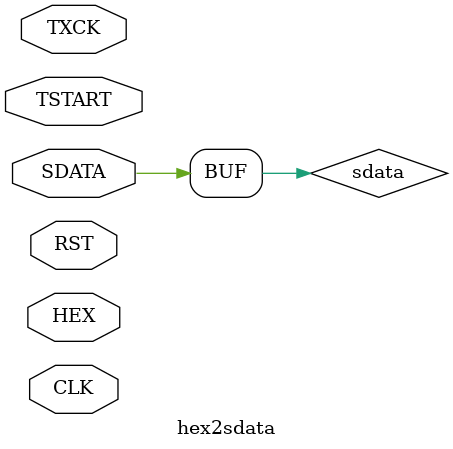
<source format=v>
`timescale 1ns / 1ps


module hex2sdata( input RST, input CLK, input TSTART, input TXCK, input [7:0] HEX, input SDATA );
    
    wire txck_re, txck_fe, tstart_re, tstart_fe;
    reg txck_1D = 0, txck_2D = 0, tstart_1D = 0, tstart_2D = 0;
    reg [3:0] bit_cnt = 15;
    reg [7:0] phex = 8'hff;
    reg sdata = 1;
    
    assign txck_re = txck_1D & ~txck_2D;
    assign txck_fe = ~txck_1D & txck_2D;
    assign tstart_re = tstart_1D & ~tstart_2D;
    assign tstart_fe = ~tstart_1D & tstart_2D;
    
    assign SDATA = sdata;
    
    always @(posedge RST, posedge CLK) begin
        if(RST) begin
            phex <= 8'hff;
        end
        else begin
            if(tstart_re) begin
                phex <= HEX;
            end
        end
    end
    
    always @(posedge RST, posedge CLK) begin
        if(RST) begin
            sdata <= 1;
        end
        else begin
            if(txck_fe && (bit_cnt != 15)) begin
                case(bit_cnt)
                    0: begin
                        sdata <= 0;
                    end
                    1: begin
                        sdata <= phex[0];
                    end
                    2: begin
                        sdata <= phex[1];
                    end
                    3: begin
                        sdata <= phex[2];
                    end
                    4: begin
                        sdata <= phex[3];
                    end
                    5: begin
                        sdata <= phex[4];
                    end
                    6: begin
                        sdata <= phex[5];
                    end
                    7: begin
                        sdata <= phex[6];
                    end
                    8: begin
                        sdata <= phex[7];
                    end
                    9: begin
                        sdata <= 1;
                    end
                    default: begin
                        sdata <= 1;
                    end
                endcase
            end
        end
    end
    
    always @(posedge RST, posedge CLK) begin
        if(RST) begin
            bit_cnt <= 15;
        end
        else begin
            if(txck_re) begin
                if(tstart_re && (bit_cnt > 8)) begin
                    bit_cnt <= 0;
                end
                else if(bit_cnt < 9) begin
                    bit_cnt <= bit_cnt + 1;
                end
                else begin
                    bit_cnt <= 15;
                end
            end
        end
    end
    
    always @(posedge RST, posedge CLK) begin
        if(RST) begin
            txck_1D <= 0;
            txck_2D <= 0;
        end
        else begin
            txck_1D <= TXCK;
            txck_2D <= txck_1D;
        end
    end
    
    always @(posedge RST, posedge CLK) begin
        if(RST) begin
            tstart_1D <= 0;
            tstart_2D <= 0;
        end
        else begin
            if(txck_1D & ~txck_2D) begin
                tstart_1D <= TSTART;
                tstart_2D <= tstart_1D;
            end
        end
    end
    
endmodule

</source>
